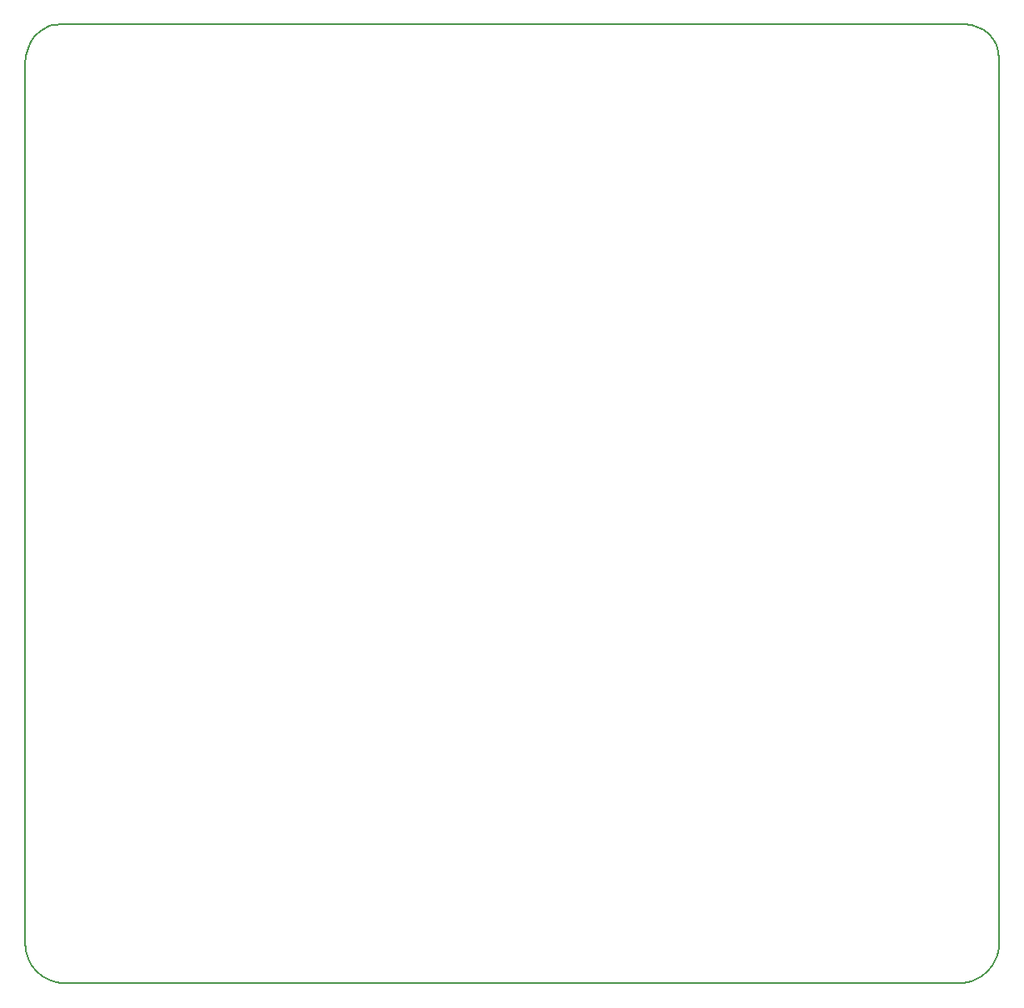
<source format=gbr>
G04 PROTEUS RS274X GERBER FILE*
%FSLAX45Y45*%
%MOMM*%
G01*
%ADD72C,0.203200*%
D72*
X+400000Y-50000D02*
X+9600000Y-50000D01*
X+9950000Y-400000D02*
X+9950000Y-9400000D01*
X+50000Y-9400000D02*
X+50000Y-450000D01*
X+9600000Y-50000D02*
X+9671564Y-56964D01*
X+9737744Y-77002D01*
X+9797259Y-108832D01*
X+9848828Y-151172D01*
X+9891168Y-202740D01*
X+9922998Y-262256D01*
X+9943036Y-328436D01*
X+9950000Y-400000D01*
X+400000Y-50000D02*
X+363625Y-52020D01*
X+328436Y-57959D01*
X+294593Y-67633D01*
X+262256Y-80859D01*
X+202741Y-117236D01*
X+151172Y-165625D01*
X+108832Y-224561D01*
X+77002Y-292578D01*
X+56964Y-368213D01*
X+50000Y-450000D01*
X+450000Y-9800000D02*
X+9550000Y-9800000D01*
X+50000Y-9400000D02*
X+52020Y-9441571D01*
X+57959Y-9481787D01*
X+67633Y-9520465D01*
X+80859Y-9557422D01*
X+97455Y-9592474D01*
X+117236Y-9625439D01*
X+165625Y-9684375D01*
X+224561Y-9732764D01*
X+257526Y-9752545D01*
X+292578Y-9769141D01*
X+329535Y-9782367D01*
X+368213Y-9792041D01*
X+408429Y-9797980D01*
X+450000Y-9800000D01*
X+9550000Y-9800000D02*
X+9591571Y-9797980D01*
X+9631787Y-9792041D01*
X+9670465Y-9782367D01*
X+9707422Y-9769141D01*
X+9742474Y-9752545D01*
X+9775439Y-9732764D01*
X+9834375Y-9684375D01*
X+9882764Y-9625439D01*
X+9902545Y-9592474D01*
X+9919141Y-9557422D01*
X+9932367Y-9520465D01*
X+9942041Y-9481787D01*
X+9947980Y-9441571D01*
X+9950000Y-9400000D01*
M02*

</source>
